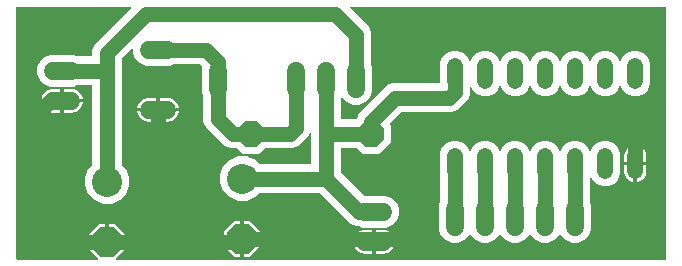
<source format=gbr>
G04 EAGLE Gerber RS-274X export*
G75*
%MOMM*%
%FSLAX34Y34*%
%LPD*%
%INBottom Copper*%
%IPPOS*%
%AMOC8*
5,1,8,0,0,1.08239X$1,22.5*%
G01*
%ADD10C,2.540000*%
%ADD11P,2.749271X8X292.500000*%
%ADD12C,1.524000*%
%ADD13C,1.320800*%
%ADD14C,1.508000*%
%ADD15P,2.364373X8X22.500000*%
%ADD16C,1.270000*%

G36*
X151969Y10173D02*
X151969Y10173D01*
X152043Y10175D01*
X152089Y10192D01*
X152138Y10200D01*
X152202Y10235D01*
X152271Y10261D01*
X152309Y10292D01*
X152353Y10315D01*
X152403Y10369D01*
X152460Y10416D01*
X152486Y10457D01*
X152520Y10493D01*
X152550Y10560D01*
X152589Y10623D01*
X152600Y10671D01*
X152620Y10716D01*
X152628Y10789D01*
X152644Y10860D01*
X152640Y10909D01*
X152644Y10959D01*
X152628Y11030D01*
X152621Y11103D01*
X152600Y11148D01*
X152589Y11196D01*
X152550Y11259D01*
X152520Y11326D01*
X152474Y11382D01*
X152461Y11404D01*
X152448Y11414D01*
X152427Y11440D01*
X144779Y19087D01*
X144779Y23901D01*
X159270Y23901D01*
X159294Y23905D01*
X159318Y23902D01*
X159414Y23925D01*
X159511Y23940D01*
X159532Y23952D01*
X159556Y23958D01*
X159639Y24009D01*
X159726Y24055D01*
X159743Y24073D01*
X159763Y24086D01*
X159826Y24162D01*
X159893Y24234D01*
X159903Y24256D01*
X159918Y24275D01*
X159953Y24366D01*
X159993Y24456D01*
X159996Y24480D01*
X160005Y24503D01*
X160019Y24650D01*
X160019Y25401D01*
X160021Y25401D01*
X160021Y24650D01*
X160025Y24626D01*
X160022Y24601D01*
X160045Y24506D01*
X160061Y24409D01*
X160072Y24388D01*
X160078Y24364D01*
X160129Y24280D01*
X160176Y24194D01*
X160193Y24177D01*
X160206Y24156D01*
X160282Y24094D01*
X160354Y24027D01*
X160376Y24017D01*
X160395Y24002D01*
X160487Y23967D01*
X160576Y23926D01*
X160600Y23924D01*
X160623Y23915D01*
X160770Y23901D01*
X175261Y23901D01*
X175261Y19087D01*
X167613Y11440D01*
X167571Y11380D01*
X167520Y11326D01*
X167500Y11282D01*
X167471Y11241D01*
X167450Y11171D01*
X167420Y11104D01*
X167415Y11055D01*
X167400Y11008D01*
X167403Y10935D01*
X167396Y10861D01*
X167407Y10813D01*
X167408Y10764D01*
X167434Y10695D01*
X167451Y10624D01*
X167477Y10582D01*
X167494Y10536D01*
X167541Y10479D01*
X167579Y10416D01*
X167618Y10385D01*
X167649Y10347D01*
X167711Y10308D01*
X167768Y10261D01*
X167814Y10244D01*
X167856Y10218D01*
X167928Y10201D01*
X167996Y10175D01*
X168069Y10168D01*
X168094Y10162D01*
X168110Y10164D01*
X168143Y10161D01*
X632460Y10161D01*
X632484Y10165D01*
X632509Y10162D01*
X632604Y10184D01*
X632701Y10200D01*
X632722Y10212D01*
X632746Y10218D01*
X632830Y10269D01*
X632916Y10315D01*
X632933Y10333D01*
X632954Y10346D01*
X633016Y10422D01*
X633083Y10493D01*
X633093Y10516D01*
X633109Y10535D01*
X633143Y10626D01*
X633184Y10716D01*
X633186Y10740D01*
X633195Y10763D01*
X633209Y10910D01*
X633209Y223520D01*
X633205Y223544D01*
X633208Y223569D01*
X633186Y223664D01*
X633170Y223761D01*
X633158Y223782D01*
X633152Y223806D01*
X633101Y223890D01*
X633055Y223976D01*
X633037Y223993D01*
X633024Y224014D01*
X632948Y224076D01*
X632877Y224143D01*
X632854Y224153D01*
X632835Y224169D01*
X632744Y224203D01*
X632654Y224244D01*
X632630Y224246D01*
X632607Y224255D01*
X632460Y224269D01*
X366642Y224269D01*
X366569Y224257D01*
X366496Y224255D01*
X366450Y224238D01*
X366401Y224230D01*
X366336Y224195D01*
X366268Y224169D01*
X366229Y224138D01*
X366186Y224115D01*
X366136Y224061D01*
X366079Y224014D01*
X366053Y223972D01*
X366019Y223937D01*
X365989Y223870D01*
X365950Y223807D01*
X365939Y223759D01*
X365918Y223714D01*
X365911Y223641D01*
X365894Y223570D01*
X365899Y223521D01*
X365894Y223471D01*
X365911Y223400D01*
X365918Y223327D01*
X365938Y223282D01*
X365949Y223234D01*
X365988Y223171D01*
X366018Y223104D01*
X366065Y223048D01*
X366078Y223026D01*
X366091Y223016D01*
X366112Y222990D01*
X381392Y207710D01*
X383287Y203136D01*
X383287Y176124D01*
X383299Y176051D01*
X383301Y175978D01*
X383322Y175907D01*
X383326Y175883D01*
X383334Y175868D01*
X383344Y175837D01*
X384557Y172908D01*
X384557Y152212D01*
X382469Y147170D01*
X378610Y143311D01*
X373568Y141223D01*
X368112Y141223D01*
X363070Y143311D01*
X359166Y147216D01*
X359106Y147259D01*
X359052Y147309D01*
X359008Y147329D01*
X358967Y147358D01*
X358897Y147379D01*
X358830Y147410D01*
X358781Y147415D01*
X358734Y147429D01*
X358661Y147426D01*
X358587Y147434D01*
X358539Y147423D01*
X358490Y147421D01*
X358421Y147395D01*
X358350Y147378D01*
X358308Y147352D01*
X358262Y147335D01*
X358205Y147289D01*
X358142Y147250D01*
X358111Y147212D01*
X358073Y147180D01*
X358034Y147118D01*
X357987Y147061D01*
X357970Y147015D01*
X357944Y146973D01*
X357927Y146902D01*
X357901Y146833D01*
X357894Y146760D01*
X357888Y146736D01*
X357890Y146719D01*
X357887Y146686D01*
X357887Y130036D01*
X357890Y130014D01*
X357888Y129992D01*
X357889Y129991D01*
X357888Y129987D01*
X357910Y129892D01*
X357926Y129795D01*
X357938Y129774D01*
X357944Y129750D01*
X357995Y129666D01*
X358041Y129580D01*
X358059Y129563D01*
X358072Y129542D01*
X358148Y129480D01*
X358219Y129413D01*
X358242Y129403D01*
X358261Y129387D01*
X358352Y129353D01*
X358442Y129312D01*
X358466Y129310D01*
X358489Y129301D01*
X358636Y129287D01*
X370514Y129287D01*
X370652Y129309D01*
X370755Y129326D01*
X370869Y129387D01*
X370970Y129441D01*
X371043Y129519D01*
X371137Y129619D01*
X371137Y129620D01*
X371207Y129749D01*
X372988Y134050D01*
X396810Y157872D01*
X401384Y159767D01*
X441210Y159767D01*
X441234Y159771D01*
X441259Y159768D01*
X441354Y159790D01*
X441451Y159806D01*
X441472Y159818D01*
X441496Y159824D01*
X441580Y159875D01*
X441666Y159921D01*
X441683Y159939D01*
X441704Y159952D01*
X441766Y160028D01*
X441833Y160099D01*
X441843Y160122D01*
X441859Y160141D01*
X441893Y160232D01*
X441934Y160322D01*
X441936Y160346D01*
X441945Y160369D01*
X441959Y160516D01*
X441959Y176770D01*
X443893Y181438D01*
X447466Y185011D01*
X452134Y186945D01*
X457186Y186945D01*
X461854Y185011D01*
X465427Y181438D01*
X466668Y178443D01*
X466707Y178381D01*
X466737Y178314D01*
X466771Y178278D01*
X466797Y178236D01*
X466853Y178189D01*
X466904Y178136D01*
X466947Y178113D01*
X466985Y178081D01*
X467054Y178055D01*
X467119Y178021D01*
X467167Y178013D01*
X467214Y177995D01*
X467287Y177993D01*
X467359Y177981D01*
X467408Y177989D01*
X467457Y177987D01*
X467528Y178008D01*
X467600Y178020D01*
X467644Y178044D01*
X467691Y178058D01*
X467751Y178101D01*
X467816Y178135D01*
X467849Y178171D01*
X467889Y178200D01*
X467932Y178259D01*
X467983Y178313D01*
X468017Y178378D01*
X468032Y178398D01*
X468037Y178414D01*
X468052Y178443D01*
X469293Y181438D01*
X472866Y185011D01*
X477534Y186945D01*
X482586Y186945D01*
X487254Y185011D01*
X490827Y181438D01*
X492068Y178443D01*
X492107Y178381D01*
X492137Y178314D01*
X492171Y178278D01*
X492197Y178236D01*
X492253Y178189D01*
X492304Y178136D01*
X492347Y178113D01*
X492385Y178081D01*
X492454Y178055D01*
X492519Y178021D01*
X492567Y178013D01*
X492614Y177995D01*
X492687Y177993D01*
X492759Y177981D01*
X492808Y177989D01*
X492857Y177987D01*
X492928Y178008D01*
X493000Y178020D01*
X493044Y178044D01*
X493091Y178058D01*
X493151Y178101D01*
X493216Y178135D01*
X493249Y178171D01*
X493289Y178200D01*
X493332Y178259D01*
X493383Y178313D01*
X493417Y178378D01*
X493432Y178398D01*
X493437Y178414D01*
X493452Y178443D01*
X494693Y181438D01*
X498266Y185011D01*
X502934Y186945D01*
X507986Y186945D01*
X512654Y185011D01*
X516227Y181438D01*
X517468Y178443D01*
X517507Y178381D01*
X517537Y178314D01*
X517571Y178278D01*
X517597Y178236D01*
X517653Y178189D01*
X517704Y178136D01*
X517747Y178113D01*
X517785Y178081D01*
X517854Y178055D01*
X517919Y178021D01*
X517967Y178013D01*
X518014Y177995D01*
X518087Y177993D01*
X518159Y177981D01*
X518208Y177989D01*
X518257Y177987D01*
X518328Y178008D01*
X518400Y178020D01*
X518444Y178044D01*
X518491Y178058D01*
X518551Y178101D01*
X518616Y178135D01*
X518649Y178171D01*
X518689Y178200D01*
X518732Y178259D01*
X518783Y178313D01*
X518817Y178378D01*
X518832Y178398D01*
X518837Y178414D01*
X518852Y178443D01*
X520093Y181438D01*
X523666Y185011D01*
X528334Y186945D01*
X533386Y186945D01*
X538054Y185011D01*
X541627Y181438D01*
X542868Y178443D01*
X542907Y178381D01*
X542937Y178314D01*
X542971Y178278D01*
X542997Y178236D01*
X543053Y178189D01*
X543104Y178136D01*
X543147Y178113D01*
X543185Y178081D01*
X543254Y178055D01*
X543319Y178021D01*
X543367Y178013D01*
X543414Y177995D01*
X543487Y177993D01*
X543559Y177981D01*
X543608Y177989D01*
X543657Y177987D01*
X543728Y178008D01*
X543800Y178020D01*
X543844Y178044D01*
X543891Y178058D01*
X543951Y178101D01*
X544016Y178135D01*
X544049Y178171D01*
X544089Y178200D01*
X544132Y178259D01*
X544183Y178313D01*
X544217Y178378D01*
X544232Y178398D01*
X544237Y178414D01*
X544252Y178443D01*
X545493Y181438D01*
X549066Y185011D01*
X553734Y186945D01*
X558786Y186945D01*
X563454Y185011D01*
X567027Y181438D01*
X568268Y178443D01*
X568307Y178381D01*
X568337Y178314D01*
X568371Y178278D01*
X568397Y178236D01*
X568453Y178189D01*
X568504Y178136D01*
X568547Y178113D01*
X568585Y178081D01*
X568654Y178055D01*
X568719Y178021D01*
X568767Y178013D01*
X568814Y177995D01*
X568887Y177993D01*
X568959Y177981D01*
X569008Y177989D01*
X569057Y177987D01*
X569128Y178008D01*
X569200Y178020D01*
X569244Y178044D01*
X569291Y178058D01*
X569351Y178101D01*
X569416Y178135D01*
X569449Y178171D01*
X569489Y178200D01*
X569532Y178259D01*
X569583Y178313D01*
X569617Y178378D01*
X569632Y178398D01*
X569637Y178414D01*
X569652Y178443D01*
X570893Y181438D01*
X574466Y185011D01*
X579134Y186945D01*
X584186Y186945D01*
X588854Y185011D01*
X592427Y181438D01*
X593668Y178443D01*
X593707Y178381D01*
X593737Y178314D01*
X593771Y178278D01*
X593797Y178236D01*
X593853Y178189D01*
X593904Y178136D01*
X593947Y178113D01*
X593985Y178081D01*
X594054Y178055D01*
X594119Y178021D01*
X594167Y178013D01*
X594214Y177995D01*
X594287Y177993D01*
X594359Y177981D01*
X594408Y177989D01*
X594457Y177987D01*
X594528Y178008D01*
X594600Y178020D01*
X594644Y178044D01*
X594691Y178058D01*
X594751Y178101D01*
X594816Y178135D01*
X594849Y178171D01*
X594889Y178200D01*
X594932Y178259D01*
X594983Y178313D01*
X595017Y178378D01*
X595032Y178398D01*
X595037Y178414D01*
X595052Y178443D01*
X596293Y181438D01*
X599866Y185011D01*
X604534Y186945D01*
X609586Y186945D01*
X614254Y185011D01*
X617827Y181438D01*
X619761Y176770D01*
X619761Y158510D01*
X617827Y153842D01*
X614254Y150269D01*
X609586Y148335D01*
X604534Y148335D01*
X599866Y150269D01*
X596293Y153842D01*
X595052Y156837D01*
X595013Y156899D01*
X594983Y156966D01*
X594949Y157002D01*
X594923Y157044D01*
X594867Y157091D01*
X594816Y157144D01*
X594773Y157167D01*
X594735Y157199D01*
X594666Y157225D01*
X594601Y157259D01*
X594553Y157267D01*
X594506Y157285D01*
X594433Y157287D01*
X594361Y157299D01*
X594312Y157291D01*
X594263Y157293D01*
X594192Y157272D01*
X594120Y157260D01*
X594076Y157237D01*
X594029Y157222D01*
X593969Y157179D01*
X593904Y157145D01*
X593871Y157109D01*
X593831Y157080D01*
X593788Y157021D01*
X593737Y156967D01*
X593703Y156902D01*
X593688Y156882D01*
X593683Y156866D01*
X593668Y156837D01*
X592427Y153842D01*
X588854Y150269D01*
X584186Y148335D01*
X579134Y148335D01*
X574466Y150269D01*
X570893Y153842D01*
X569652Y156837D01*
X569613Y156899D01*
X569583Y156966D01*
X569549Y157002D01*
X569523Y157044D01*
X569467Y157091D01*
X569416Y157144D01*
X569373Y157167D01*
X569335Y157199D01*
X569266Y157225D01*
X569201Y157259D01*
X569153Y157267D01*
X569106Y157285D01*
X569033Y157287D01*
X568961Y157299D01*
X568912Y157291D01*
X568863Y157293D01*
X568792Y157272D01*
X568720Y157260D01*
X568676Y157237D01*
X568629Y157222D01*
X568569Y157179D01*
X568504Y157145D01*
X568471Y157109D01*
X568431Y157080D01*
X568388Y157021D01*
X568337Y156967D01*
X568303Y156902D01*
X568288Y156882D01*
X568283Y156866D01*
X568268Y156837D01*
X567027Y153842D01*
X563454Y150269D01*
X558786Y148335D01*
X553734Y148335D01*
X549066Y150269D01*
X545493Y153842D01*
X544252Y156837D01*
X544213Y156899D01*
X544183Y156966D01*
X544149Y157002D01*
X544123Y157044D01*
X544067Y157091D01*
X544016Y157144D01*
X543973Y157167D01*
X543935Y157199D01*
X543866Y157225D01*
X543801Y157259D01*
X543753Y157267D01*
X543706Y157285D01*
X543633Y157287D01*
X543561Y157299D01*
X543512Y157291D01*
X543463Y157293D01*
X543392Y157272D01*
X543320Y157260D01*
X543276Y157237D01*
X543229Y157222D01*
X543169Y157179D01*
X543104Y157145D01*
X543071Y157109D01*
X543031Y157080D01*
X542988Y157021D01*
X542937Y156967D01*
X542903Y156902D01*
X542888Y156882D01*
X542883Y156866D01*
X542868Y156837D01*
X541627Y153842D01*
X538054Y150269D01*
X533386Y148335D01*
X528334Y148335D01*
X523666Y150269D01*
X520093Y153842D01*
X518852Y156837D01*
X518813Y156899D01*
X518783Y156966D01*
X518749Y157002D01*
X518723Y157044D01*
X518667Y157091D01*
X518616Y157144D01*
X518573Y157167D01*
X518535Y157199D01*
X518466Y157225D01*
X518401Y157259D01*
X518353Y157267D01*
X518306Y157285D01*
X518233Y157287D01*
X518161Y157299D01*
X518112Y157291D01*
X518063Y157293D01*
X517992Y157272D01*
X517920Y157260D01*
X517876Y157237D01*
X517829Y157222D01*
X517769Y157179D01*
X517704Y157145D01*
X517671Y157109D01*
X517631Y157080D01*
X517588Y157021D01*
X517537Y156967D01*
X517503Y156902D01*
X517488Y156882D01*
X517483Y156866D01*
X517468Y156837D01*
X516227Y153842D01*
X512654Y150269D01*
X507986Y148335D01*
X502934Y148335D01*
X498266Y150269D01*
X494693Y153842D01*
X493452Y156837D01*
X493413Y156899D01*
X493383Y156966D01*
X493349Y157002D01*
X493323Y157044D01*
X493267Y157091D01*
X493216Y157144D01*
X493173Y157167D01*
X493135Y157199D01*
X493066Y157225D01*
X493001Y157259D01*
X492953Y157267D01*
X492906Y157285D01*
X492833Y157287D01*
X492761Y157299D01*
X492712Y157291D01*
X492663Y157293D01*
X492592Y157272D01*
X492520Y157260D01*
X492476Y157237D01*
X492429Y157222D01*
X492369Y157179D01*
X492304Y157145D01*
X492271Y157109D01*
X492231Y157080D01*
X492188Y157021D01*
X492137Y156967D01*
X492103Y156902D01*
X492088Y156882D01*
X492083Y156866D01*
X492068Y156837D01*
X490827Y153842D01*
X487254Y150269D01*
X482586Y148335D01*
X477534Y148335D01*
X472866Y150269D01*
X469293Y153842D01*
X468548Y155639D01*
X468497Y155722D01*
X468451Y155809D01*
X468432Y155826D01*
X468419Y155847D01*
X468344Y155909D01*
X468272Y155975D01*
X468250Y155986D01*
X468231Y156001D01*
X468139Y156036D01*
X468050Y156076D01*
X468026Y156079D01*
X468002Y156087D01*
X467905Y156091D01*
X467807Y156100D01*
X467783Y156095D01*
X467759Y156095D01*
X467665Y156067D01*
X467570Y156045D01*
X467549Y156032D01*
X467525Y156025D01*
X467446Y155968D01*
X467362Y155916D01*
X467347Y155897D01*
X467327Y155883D01*
X467270Y155803D01*
X467207Y155728D01*
X467199Y155705D01*
X467184Y155685D01*
X467156Y155591D01*
X467121Y155500D01*
X467118Y155467D01*
X467113Y155451D01*
X467114Y155426D01*
X467107Y155353D01*
X467107Y149924D01*
X465212Y145350D01*
X456630Y136768D01*
X452056Y134873D01*
X409326Y134873D01*
X409230Y134857D01*
X409133Y134848D01*
X409110Y134838D01*
X409085Y134834D01*
X408999Y134788D01*
X408910Y134747D01*
X408885Y134726D01*
X408870Y134719D01*
X408853Y134700D01*
X408796Y134654D01*
X399825Y125683D01*
X399811Y125663D01*
X399792Y125647D01*
X399740Y125564D01*
X399683Y125484D01*
X399676Y125461D01*
X399663Y125440D01*
X399640Y125345D01*
X399612Y125251D01*
X399613Y125226D01*
X399607Y125203D01*
X399617Y125105D01*
X399620Y125007D01*
X399629Y124984D01*
X399631Y124960D01*
X399671Y124870D01*
X399706Y124779D01*
X399721Y124760D01*
X399731Y124737D01*
X399825Y124623D01*
X400559Y123889D01*
X400559Y109791D01*
X390589Y99821D01*
X376491Y99821D01*
X372138Y104174D01*
X372059Y104231D01*
X371984Y104293D01*
X371960Y104301D01*
X371940Y104316D01*
X371846Y104344D01*
X371755Y104379D01*
X371722Y104382D01*
X371706Y104387D01*
X371681Y104386D01*
X371608Y104393D01*
X358636Y104393D01*
X358612Y104389D01*
X358587Y104392D01*
X358492Y104370D01*
X358395Y104354D01*
X358374Y104342D01*
X358350Y104336D01*
X358266Y104285D01*
X358180Y104239D01*
X358163Y104221D01*
X358142Y104208D01*
X358080Y104132D01*
X358013Y104061D01*
X358003Y104038D01*
X357987Y104019D01*
X357953Y103928D01*
X357912Y103838D01*
X357910Y103814D01*
X357901Y103791D01*
X357887Y103644D01*
X357887Y84206D01*
X357903Y84110D01*
X357912Y84013D01*
X357922Y83990D01*
X357926Y83965D01*
X357972Y83879D01*
X358013Y83790D01*
X358034Y83765D01*
X358041Y83750D01*
X358060Y83733D01*
X358106Y83676D01*
X377126Y64656D01*
X377206Y64599D01*
X377281Y64537D01*
X377304Y64529D01*
X377324Y64514D01*
X377418Y64486D01*
X377509Y64451D01*
X377542Y64448D01*
X377558Y64443D01*
X377583Y64444D01*
X377656Y64437D01*
X396333Y64437D01*
X401345Y62361D01*
X405181Y58525D01*
X407257Y53513D01*
X407257Y48087D01*
X405181Y43075D01*
X401345Y39239D01*
X396333Y37163D01*
X375827Y37163D01*
X373092Y38296D01*
X373021Y38313D01*
X372952Y38339D01*
X372879Y38346D01*
X372855Y38352D01*
X372838Y38350D01*
X372806Y38353D01*
X370904Y38353D01*
X366330Y40248D01*
X340504Y66074D01*
X340424Y66131D01*
X340349Y66193D01*
X340326Y66201D01*
X340306Y66216D01*
X340212Y66244D01*
X340121Y66279D01*
X340088Y66282D01*
X340072Y66287D01*
X340047Y66286D01*
X339974Y66293D01*
X288766Y66293D01*
X288670Y66277D01*
X288573Y66268D01*
X288550Y66258D01*
X288525Y66254D01*
X288439Y66208D01*
X288351Y66167D01*
X288325Y66146D01*
X288310Y66139D01*
X288293Y66120D01*
X288236Y66074D01*
X284967Y62805D01*
X278059Y59943D01*
X270581Y59943D01*
X263673Y62805D01*
X258385Y68093D01*
X255523Y75001D01*
X255523Y82479D01*
X258385Y89387D01*
X263673Y94675D01*
X270581Y97537D01*
X278059Y97537D01*
X280987Y96324D01*
X281059Y96307D01*
X281127Y96281D01*
X281201Y96274D01*
X281225Y96268D01*
X281241Y96270D01*
X281274Y96267D01*
X281876Y96267D01*
X286450Y94372D01*
X289416Y91406D01*
X289496Y91349D01*
X289571Y91287D01*
X289594Y91279D01*
X289614Y91264D01*
X289708Y91236D01*
X289799Y91201D01*
X289832Y91198D01*
X289848Y91193D01*
X289873Y91194D01*
X289946Y91187D01*
X332244Y91187D01*
X332268Y91191D01*
X332293Y91188D01*
X332388Y91210D01*
X332485Y91226D01*
X332506Y91238D01*
X332530Y91244D01*
X332614Y91295D01*
X332700Y91341D01*
X332717Y91359D01*
X332738Y91372D01*
X332800Y91448D01*
X332867Y91519D01*
X332877Y91542D01*
X332893Y91561D01*
X332927Y91652D01*
X332968Y91742D01*
X332970Y91766D01*
X332979Y91789D01*
X332993Y91936D01*
X332993Y116900D01*
X332977Y116997D01*
X332968Y117094D01*
X332958Y117117D01*
X332954Y117141D01*
X332907Y117227D01*
X332867Y117316D01*
X332850Y117334D01*
X332839Y117356D01*
X332767Y117423D01*
X332700Y117495D01*
X332679Y117506D01*
X332661Y117523D01*
X332572Y117564D01*
X332485Y117610D01*
X332461Y117614D01*
X332438Y117624D01*
X332341Y117634D01*
X332245Y117650D01*
X332220Y117646D01*
X332195Y117648D01*
X332100Y117626D01*
X332004Y117610D01*
X331982Y117598D01*
X331958Y117593D01*
X331875Y117541D01*
X331788Y117495D01*
X331772Y117477D01*
X331750Y117464D01*
X331688Y117389D01*
X331621Y117317D01*
X331606Y117288D01*
X331596Y117276D01*
X331587Y117252D01*
X331552Y117187D01*
X330592Y114870D01*
X326985Y111263D01*
X322010Y106288D01*
X317436Y104393D01*
X293872Y104393D01*
X293775Y104377D01*
X293679Y104368D01*
X293656Y104358D01*
X293631Y104354D01*
X293545Y104308D01*
X293456Y104267D01*
X293431Y104246D01*
X293416Y104239D01*
X293399Y104220D01*
X293342Y104174D01*
X288989Y99821D01*
X274891Y99821D01*
X270538Y104174D01*
X270459Y104231D01*
X270384Y104293D01*
X270360Y104301D01*
X270340Y104316D01*
X270246Y104344D01*
X270155Y104379D01*
X270122Y104382D01*
X270106Y104387D01*
X270081Y104386D01*
X270008Y104393D01*
X264224Y104393D01*
X259650Y106288D01*
X243448Y122490D01*
X241553Y127064D01*
X241553Y148996D01*
X241541Y149069D01*
X241539Y149142D01*
X241518Y149213D01*
X241514Y149237D01*
X241506Y149252D01*
X241496Y149283D01*
X240283Y152212D01*
X240283Y172908D01*
X240386Y173157D01*
X240409Y173253D01*
X240442Y173394D01*
X240442Y173395D01*
X240430Y173513D01*
X240418Y173637D01*
X240418Y173638D01*
X240368Y173749D01*
X240318Y173860D01*
X240317Y173860D01*
X240224Y173974D01*
X238904Y175294D01*
X238825Y175351D01*
X238749Y175413D01*
X238726Y175421D01*
X238706Y175436D01*
X238612Y175464D01*
X238521Y175499D01*
X238488Y175502D01*
X238472Y175507D01*
X238447Y175506D01*
X238374Y175513D01*
X216764Y175513D01*
X216691Y175501D01*
X216618Y175499D01*
X216547Y175478D01*
X216523Y175474D01*
X216508Y175466D01*
X216477Y175456D01*
X213548Y174243D01*
X192852Y174243D01*
X187810Y176331D01*
X183951Y180190D01*
X181863Y185232D01*
X181863Y187852D01*
X181851Y187925D01*
X181849Y187998D01*
X181832Y188044D01*
X181824Y188093D01*
X181789Y188158D01*
X181763Y188226D01*
X181732Y188265D01*
X181709Y188308D01*
X181655Y188358D01*
X181608Y188415D01*
X181567Y188441D01*
X181531Y188475D01*
X181464Y188505D01*
X181401Y188544D01*
X181353Y188555D01*
X181308Y188576D01*
X181235Y188583D01*
X181164Y188600D01*
X181115Y188595D01*
X181065Y188600D01*
X180994Y188583D01*
X180921Y188576D01*
X180876Y188556D01*
X180828Y188545D01*
X180765Y188506D01*
X180698Y188476D01*
X180642Y188429D01*
X180620Y188416D01*
X180610Y188403D01*
X180584Y188382D01*
X172686Y180484D01*
X172629Y180404D01*
X172567Y180329D01*
X172559Y180306D01*
X172544Y180286D01*
X172516Y180192D01*
X172481Y180101D01*
X172478Y180068D01*
X172473Y180052D01*
X172474Y180027D01*
X172467Y179954D01*
X172467Y90646D01*
X172483Y90550D01*
X172492Y90453D01*
X172502Y90430D01*
X172506Y90405D01*
X172552Y90319D01*
X172593Y90231D01*
X172614Y90205D01*
X172621Y90190D01*
X172640Y90173D01*
X172686Y90116D01*
X175955Y86847D01*
X178817Y79939D01*
X178817Y72461D01*
X175955Y65553D01*
X170667Y60265D01*
X163759Y57403D01*
X156281Y57403D01*
X149373Y60265D01*
X144085Y65553D01*
X141223Y72461D01*
X141223Y79939D01*
X144085Y86847D01*
X147354Y90116D01*
X147411Y90196D01*
X147473Y90271D01*
X147481Y90294D01*
X147496Y90315D01*
X147524Y90408D01*
X147559Y90499D01*
X147562Y90532D01*
X147567Y90548D01*
X147566Y90573D01*
X147573Y90646D01*
X147573Y156984D01*
X147569Y157008D01*
X147572Y157033D01*
X147550Y157128D01*
X147534Y157225D01*
X147522Y157246D01*
X147516Y157270D01*
X147465Y157354D01*
X147419Y157440D01*
X147401Y157457D01*
X147388Y157478D01*
X147312Y157540D01*
X147241Y157607D01*
X147218Y157617D01*
X147199Y157633D01*
X147108Y157667D01*
X147018Y157708D01*
X146994Y157710D01*
X146971Y157719D01*
X146824Y157733D01*
X135194Y157733D01*
X135122Y157721D01*
X135049Y157719D01*
X134978Y157698D01*
X134954Y157694D01*
X134939Y157686D01*
X134908Y157676D01*
X132173Y156543D01*
X111667Y156543D01*
X106655Y158619D01*
X102819Y162455D01*
X100743Y167467D01*
X100743Y172893D01*
X102819Y177905D01*
X106655Y181741D01*
X111667Y183817D01*
X132173Y183817D01*
X134908Y182684D01*
X134979Y182667D01*
X135047Y182641D01*
X135121Y182634D01*
X135145Y182628D01*
X135162Y182630D01*
X135194Y182627D01*
X146824Y182627D01*
X146848Y182631D01*
X146873Y182628D01*
X146968Y182650D01*
X147065Y182666D01*
X147086Y182678D01*
X147110Y182684D01*
X147194Y182735D01*
X147280Y182781D01*
X147297Y182799D01*
X147318Y182812D01*
X147380Y182888D01*
X147447Y182959D01*
X147457Y182982D01*
X147473Y183001D01*
X147507Y183092D01*
X147548Y183182D01*
X147550Y183206D01*
X147559Y183229D01*
X147573Y183376D01*
X147573Y187896D01*
X149468Y192470D01*
X179988Y222990D01*
X180031Y223050D01*
X180081Y223104D01*
X180101Y223148D01*
X180130Y223189D01*
X180151Y223259D01*
X180182Y223326D01*
X180187Y223375D01*
X180201Y223422D01*
X180199Y223495D01*
X180206Y223569D01*
X180195Y223617D01*
X180193Y223666D01*
X180167Y223735D01*
X180151Y223806D01*
X180124Y223848D01*
X180107Y223894D01*
X180061Y223951D01*
X180022Y224014D01*
X179984Y224045D01*
X179952Y224083D01*
X179890Y224122D01*
X179833Y224169D01*
X179787Y224186D01*
X179745Y224212D01*
X179674Y224229D01*
X179605Y224255D01*
X179532Y224262D01*
X179508Y224268D01*
X179491Y224266D01*
X179458Y224269D01*
X83820Y224269D01*
X83796Y224265D01*
X83771Y224268D01*
X83676Y224246D01*
X83579Y224230D01*
X83558Y224218D01*
X83534Y224212D01*
X83450Y224161D01*
X83364Y224115D01*
X83347Y224097D01*
X83326Y224084D01*
X83264Y224008D01*
X83197Y223937D01*
X83187Y223914D01*
X83172Y223895D01*
X83137Y223804D01*
X83096Y223714D01*
X83094Y223690D01*
X83085Y223667D01*
X83071Y223520D01*
X83071Y10910D01*
X83075Y10886D01*
X83072Y10861D01*
X83095Y10766D01*
X83110Y10669D01*
X83122Y10648D01*
X83128Y10624D01*
X83179Y10540D01*
X83225Y10454D01*
X83243Y10437D01*
X83256Y10416D01*
X83332Y10354D01*
X83404Y10287D01*
X83426Y10277D01*
X83445Y10261D01*
X83536Y10227D01*
X83626Y10186D01*
X83650Y10184D01*
X83673Y10175D01*
X83820Y10161D01*
X151897Y10161D01*
X151969Y10173D01*
G37*
%LPC*%
G36*
X451932Y24383D02*
X451932Y24383D01*
X446890Y26471D01*
X443031Y30330D01*
X440943Y35372D01*
X440943Y56068D01*
X442156Y58997D01*
X442173Y59068D01*
X442199Y59137D01*
X442206Y59210D01*
X442212Y59234D01*
X442210Y59251D01*
X442213Y59284D01*
X442213Y81547D01*
X442201Y81620D01*
X442199Y81693D01*
X442178Y81764D01*
X442174Y81788D01*
X442166Y81803D01*
X442156Y81834D01*
X441959Y82310D01*
X441959Y100570D01*
X443893Y105238D01*
X447466Y108811D01*
X452134Y110745D01*
X457186Y110745D01*
X461854Y108811D01*
X465427Y105238D01*
X466668Y102243D01*
X466707Y102181D01*
X466737Y102114D01*
X466771Y102078D01*
X466797Y102036D01*
X466853Y101989D01*
X466904Y101936D01*
X466947Y101913D01*
X466985Y101881D01*
X467054Y101855D01*
X467119Y101821D01*
X467167Y101813D01*
X467214Y101795D01*
X467287Y101793D01*
X467359Y101781D01*
X467408Y101789D01*
X467457Y101787D01*
X467528Y101808D01*
X467600Y101820D01*
X467644Y101843D01*
X467691Y101858D01*
X467751Y101901D01*
X467816Y101935D01*
X467849Y101971D01*
X467889Y102000D01*
X467932Y102059D01*
X467983Y102113D01*
X468017Y102178D01*
X468032Y102198D01*
X468037Y102214D01*
X468052Y102243D01*
X469293Y105238D01*
X472866Y108811D01*
X477534Y110745D01*
X482586Y110745D01*
X487254Y108811D01*
X490827Y105238D01*
X492068Y102243D01*
X492107Y102181D01*
X492137Y102114D01*
X492171Y102078D01*
X492197Y102036D01*
X492253Y101989D01*
X492304Y101936D01*
X492347Y101913D01*
X492385Y101881D01*
X492454Y101855D01*
X492519Y101821D01*
X492567Y101813D01*
X492614Y101795D01*
X492687Y101793D01*
X492759Y101781D01*
X492808Y101789D01*
X492857Y101787D01*
X492928Y101808D01*
X493000Y101820D01*
X493044Y101843D01*
X493091Y101858D01*
X493151Y101901D01*
X493216Y101935D01*
X493249Y101971D01*
X493289Y102000D01*
X493332Y102059D01*
X493383Y102113D01*
X493417Y102178D01*
X493432Y102198D01*
X493437Y102214D01*
X493452Y102243D01*
X494693Y105238D01*
X498266Y108811D01*
X502934Y110745D01*
X507986Y110745D01*
X512654Y108811D01*
X516227Y105238D01*
X517468Y102243D01*
X517507Y102181D01*
X517537Y102114D01*
X517571Y102078D01*
X517597Y102036D01*
X517653Y101989D01*
X517704Y101936D01*
X517747Y101913D01*
X517785Y101881D01*
X517854Y101855D01*
X517919Y101821D01*
X517967Y101813D01*
X518014Y101795D01*
X518087Y101793D01*
X518159Y101781D01*
X518208Y101789D01*
X518257Y101787D01*
X518328Y101808D01*
X518400Y101820D01*
X518444Y101843D01*
X518491Y101858D01*
X518551Y101901D01*
X518616Y101935D01*
X518649Y101971D01*
X518689Y102000D01*
X518732Y102059D01*
X518783Y102113D01*
X518817Y102178D01*
X518832Y102198D01*
X518837Y102214D01*
X518852Y102243D01*
X520093Y105238D01*
X523666Y108811D01*
X528334Y110745D01*
X533386Y110745D01*
X538054Y108811D01*
X541627Y105238D01*
X542868Y102243D01*
X542907Y102181D01*
X542937Y102114D01*
X542971Y102078D01*
X542997Y102036D01*
X543053Y101989D01*
X543104Y101936D01*
X543147Y101913D01*
X543185Y101881D01*
X543254Y101855D01*
X543319Y101821D01*
X543367Y101813D01*
X543414Y101795D01*
X543487Y101793D01*
X543559Y101781D01*
X543608Y101789D01*
X543657Y101787D01*
X543728Y101808D01*
X543800Y101820D01*
X543844Y101843D01*
X543891Y101858D01*
X543951Y101901D01*
X544016Y101935D01*
X544049Y101971D01*
X544089Y102000D01*
X544132Y102059D01*
X544183Y102113D01*
X544217Y102178D01*
X544232Y102198D01*
X544237Y102214D01*
X544252Y102243D01*
X545493Y105238D01*
X549066Y108811D01*
X553734Y110745D01*
X558786Y110745D01*
X563454Y108811D01*
X567027Y105238D01*
X568268Y102243D01*
X568307Y102181D01*
X568337Y102114D01*
X568371Y102078D01*
X568397Y102036D01*
X568453Y101989D01*
X568504Y101936D01*
X568547Y101913D01*
X568585Y101881D01*
X568654Y101855D01*
X568719Y101821D01*
X568767Y101813D01*
X568814Y101795D01*
X568887Y101793D01*
X568959Y101781D01*
X569008Y101789D01*
X569057Y101787D01*
X569128Y101808D01*
X569200Y101820D01*
X569244Y101844D01*
X569291Y101858D01*
X569351Y101901D01*
X569416Y101935D01*
X569449Y101971D01*
X569489Y102000D01*
X569532Y102059D01*
X569583Y102113D01*
X569617Y102178D01*
X569632Y102198D01*
X569637Y102214D01*
X569652Y102243D01*
X570893Y105238D01*
X574466Y108811D01*
X579134Y110745D01*
X584186Y110745D01*
X588854Y108811D01*
X592427Y105238D01*
X594361Y100570D01*
X594361Y82310D01*
X592427Y77642D01*
X588854Y74069D01*
X584186Y72135D01*
X579134Y72135D01*
X574466Y74069D01*
X570893Y77642D01*
X570148Y79439D01*
X570097Y79522D01*
X570051Y79609D01*
X570032Y79626D01*
X570019Y79647D01*
X569944Y79709D01*
X569872Y79775D01*
X569850Y79786D01*
X569831Y79801D01*
X569739Y79836D01*
X569650Y79876D01*
X569626Y79879D01*
X569602Y79887D01*
X569505Y79891D01*
X569407Y79900D01*
X569383Y79895D01*
X569359Y79895D01*
X569265Y79867D01*
X569170Y79845D01*
X569149Y79832D01*
X569125Y79825D01*
X569046Y79768D01*
X568962Y79716D01*
X568947Y79697D01*
X568927Y79683D01*
X568870Y79603D01*
X568807Y79528D01*
X568799Y79505D01*
X568784Y79485D01*
X568756Y79391D01*
X568721Y79300D01*
X568718Y79267D01*
X568713Y79251D01*
X568714Y79226D01*
X568707Y79153D01*
X568707Y59284D01*
X568719Y59211D01*
X568721Y59138D01*
X568742Y59067D01*
X568746Y59043D01*
X568754Y59028D01*
X568764Y58997D01*
X569977Y56068D01*
X569977Y35372D01*
X567889Y30330D01*
X564030Y26471D01*
X558988Y24383D01*
X553532Y24383D01*
X548490Y26471D01*
X544632Y30330D01*
X544252Y31246D01*
X544213Y31308D01*
X544183Y31375D01*
X544150Y31411D01*
X544123Y31453D01*
X544067Y31500D01*
X544016Y31553D01*
X543973Y31577D01*
X543935Y31608D01*
X543866Y31634D01*
X543801Y31668D01*
X543753Y31677D01*
X543706Y31694D01*
X543633Y31696D01*
X543561Y31708D01*
X543512Y31700D01*
X543463Y31702D01*
X543392Y31681D01*
X543320Y31669D01*
X543276Y31646D01*
X543229Y31631D01*
X543169Y31589D01*
X543104Y31554D01*
X543071Y31518D01*
X543031Y31489D01*
X542988Y31430D01*
X542937Y31376D01*
X542903Y31311D01*
X542888Y31291D01*
X542883Y31275D01*
X542868Y31246D01*
X542489Y30330D01*
X538630Y26471D01*
X533588Y24383D01*
X528132Y24383D01*
X523090Y26471D01*
X519232Y30330D01*
X518852Y31246D01*
X518813Y31308D01*
X518783Y31375D01*
X518750Y31411D01*
X518723Y31453D01*
X518667Y31500D01*
X518616Y31553D01*
X518573Y31577D01*
X518535Y31608D01*
X518466Y31634D01*
X518401Y31668D01*
X518353Y31677D01*
X518306Y31694D01*
X518233Y31696D01*
X518161Y31708D01*
X518112Y31700D01*
X518063Y31702D01*
X517992Y31681D01*
X517920Y31669D01*
X517876Y31646D01*
X517829Y31631D01*
X517769Y31589D01*
X517704Y31554D01*
X517671Y31518D01*
X517631Y31489D01*
X517588Y31430D01*
X517537Y31376D01*
X517503Y31311D01*
X517488Y31291D01*
X517483Y31275D01*
X517468Y31246D01*
X517089Y30330D01*
X513230Y26471D01*
X508188Y24383D01*
X502732Y24383D01*
X497690Y26471D01*
X493832Y30330D01*
X493452Y31246D01*
X493413Y31308D01*
X493383Y31375D01*
X493350Y31411D01*
X493323Y31453D01*
X493267Y31500D01*
X493216Y31553D01*
X493173Y31577D01*
X493135Y31608D01*
X493066Y31634D01*
X493001Y31668D01*
X492953Y31677D01*
X492906Y31694D01*
X492833Y31696D01*
X492761Y31708D01*
X492712Y31700D01*
X492663Y31702D01*
X492592Y31681D01*
X492520Y31669D01*
X492476Y31646D01*
X492429Y31631D01*
X492369Y31589D01*
X492304Y31554D01*
X492271Y31518D01*
X492231Y31489D01*
X492188Y31430D01*
X492137Y31376D01*
X492103Y31311D01*
X492088Y31291D01*
X492083Y31275D01*
X492068Y31246D01*
X491689Y30330D01*
X487830Y26471D01*
X482788Y24383D01*
X477332Y24383D01*
X472290Y26471D01*
X468432Y30330D01*
X468052Y31246D01*
X468013Y31308D01*
X467983Y31375D01*
X467950Y31411D01*
X467923Y31453D01*
X467867Y31500D01*
X467816Y31553D01*
X467773Y31577D01*
X467735Y31608D01*
X467666Y31634D01*
X467601Y31668D01*
X467553Y31677D01*
X467506Y31694D01*
X467433Y31696D01*
X467361Y31708D01*
X467312Y31700D01*
X467263Y31702D01*
X467192Y31681D01*
X467120Y31669D01*
X467076Y31646D01*
X467029Y31631D01*
X466969Y31589D01*
X466904Y31554D01*
X466871Y31518D01*
X466831Y31489D01*
X466788Y31430D01*
X466737Y31376D01*
X466703Y31311D01*
X466688Y31291D01*
X466683Y31275D01*
X466668Y31246D01*
X466289Y30330D01*
X462430Y26471D01*
X457388Y24383D01*
X451932Y24383D01*
G37*
%LPD*%
%LPC*%
G36*
X275819Y29439D02*
X275819Y29439D01*
X275819Y43181D01*
X280633Y43181D01*
X289561Y34253D01*
X289561Y29439D01*
X275819Y29439D01*
G37*
%LPD*%
%LPC*%
G36*
X161519Y26899D02*
X161519Y26899D01*
X161519Y40641D01*
X166333Y40641D01*
X175261Y31713D01*
X175261Y26899D01*
X161519Y26899D01*
G37*
%LPD*%
%LPC*%
G36*
X259079Y29439D02*
X259079Y29439D01*
X259079Y34253D01*
X268007Y43181D01*
X272821Y43181D01*
X272821Y29439D01*
X259079Y29439D01*
G37*
%LPD*%
%LPC*%
G36*
X144779Y26899D02*
X144779Y26899D01*
X144779Y31713D01*
X153707Y40641D01*
X158521Y40641D01*
X158521Y26899D01*
X144779Y26899D01*
G37*
%LPD*%
%LPC*%
G36*
X275819Y12699D02*
X275819Y12699D01*
X275819Y26441D01*
X289561Y26441D01*
X289561Y21627D01*
X280633Y12699D01*
X275819Y12699D01*
G37*
%LPD*%
%LPC*%
G36*
X268007Y12699D02*
X268007Y12699D01*
X259079Y21627D01*
X259079Y26441D01*
X272821Y26441D01*
X272821Y12699D01*
X268007Y12699D01*
G37*
%LPD*%
%LPC*%
G36*
X204699Y138659D02*
X204699Y138659D01*
X204699Y147321D01*
X211620Y147321D01*
X213199Y147071D01*
X214720Y146576D01*
X216145Y145850D01*
X217439Y144910D01*
X218570Y143779D01*
X219510Y142485D01*
X220236Y141060D01*
X220731Y139539D01*
X220870Y138659D01*
X204699Y138659D01*
G37*
%LPD*%
%LPC*%
G36*
X185530Y138659D02*
X185530Y138659D01*
X185669Y139539D01*
X186164Y141060D01*
X186890Y142485D01*
X187830Y143779D01*
X188961Y144910D01*
X190255Y145850D01*
X191680Y146576D01*
X193201Y147071D01*
X194780Y147321D01*
X201701Y147321D01*
X201701Y138659D01*
X185530Y138659D01*
G37*
%LPD*%
%LPC*%
G36*
X204699Y126999D02*
X204699Y126999D01*
X204699Y135661D01*
X220870Y135661D01*
X220731Y134781D01*
X220236Y133260D01*
X219510Y131835D01*
X218570Y130541D01*
X217439Y129410D01*
X216145Y128470D01*
X214720Y127744D01*
X213199Y127249D01*
X211620Y126999D01*
X204699Y126999D01*
G37*
%LPD*%
%LPC*%
G36*
X194780Y126999D02*
X194780Y126999D01*
X193201Y127249D01*
X191680Y127744D01*
X190255Y128470D01*
X188961Y129410D01*
X187830Y130541D01*
X186890Y131835D01*
X186164Y133260D01*
X185669Y134781D01*
X185530Y135661D01*
X201701Y135661D01*
X201701Y126999D01*
X194780Y126999D01*
G37*
%LPD*%
%LPC*%
G36*
X123419Y146279D02*
X123419Y146279D01*
X123419Y154861D01*
X130253Y154861D01*
X131821Y154613D01*
X133330Y154122D01*
X134743Y153402D01*
X136027Y152469D01*
X137149Y151347D01*
X138082Y150063D01*
X138802Y148650D01*
X139293Y147141D01*
X139429Y146279D01*
X123419Y146279D01*
G37*
%LPD*%
%LPC*%
G36*
X387579Y26899D02*
X387579Y26899D01*
X387579Y35481D01*
X394413Y35481D01*
X395981Y35233D01*
X397490Y34742D01*
X398903Y34022D01*
X400187Y33089D01*
X401309Y31967D01*
X402242Y30683D01*
X402962Y29270D01*
X403453Y27761D01*
X403589Y26899D01*
X387579Y26899D01*
G37*
%LPD*%
%LPC*%
G36*
X104411Y146279D02*
X104411Y146279D01*
X104547Y147141D01*
X105038Y148650D01*
X105758Y150063D01*
X106691Y151347D01*
X107813Y152469D01*
X109097Y153402D01*
X110510Y154122D01*
X112019Y154613D01*
X113587Y154861D01*
X120421Y154861D01*
X120421Y146279D01*
X104411Y146279D01*
G37*
%LPD*%
%LPC*%
G36*
X368571Y26899D02*
X368571Y26899D01*
X368707Y27761D01*
X369198Y29270D01*
X369918Y30683D01*
X370851Y31967D01*
X371973Y33089D01*
X373257Y34022D01*
X374670Y34742D01*
X376179Y35233D01*
X377747Y35481D01*
X384581Y35481D01*
X384581Y26899D01*
X368571Y26899D01*
G37*
%LPD*%
%LPC*%
G36*
X123419Y134699D02*
X123419Y134699D01*
X123419Y143281D01*
X139429Y143281D01*
X139293Y142419D01*
X138802Y140910D01*
X138082Y139497D01*
X137149Y138213D01*
X136027Y137091D01*
X134743Y136158D01*
X133330Y135438D01*
X131821Y134947D01*
X130253Y134699D01*
X123419Y134699D01*
G37*
%LPD*%
%LPC*%
G36*
X387579Y15319D02*
X387579Y15319D01*
X387579Y23901D01*
X403589Y23901D01*
X403453Y23039D01*
X402962Y21530D01*
X402242Y20117D01*
X401309Y18833D01*
X400187Y17711D01*
X398903Y16778D01*
X397490Y16058D01*
X395981Y15567D01*
X394413Y15319D01*
X387579Y15319D01*
G37*
%LPD*%
%LPC*%
G36*
X113587Y134699D02*
X113587Y134699D01*
X112019Y134947D01*
X110510Y135438D01*
X109097Y136158D01*
X107813Y137091D01*
X106691Y138213D01*
X105758Y139497D01*
X105038Y140910D01*
X104547Y142419D01*
X104411Y143281D01*
X120421Y143281D01*
X120421Y134699D01*
X113587Y134699D01*
G37*
%LPD*%
%LPC*%
G36*
X377747Y15319D02*
X377747Y15319D01*
X376179Y15567D01*
X374670Y16058D01*
X373257Y16778D01*
X371973Y17711D01*
X370851Y18833D01*
X369918Y20117D01*
X369198Y21530D01*
X368707Y23039D01*
X368571Y23901D01*
X384581Y23901D01*
X384581Y15319D01*
X377747Y15319D01*
G37*
%LPD*%
%LPC*%
G36*
X608559Y92939D02*
X608559Y92939D01*
X608559Y107070D01*
X609727Y106837D01*
X611392Y106148D01*
X612889Y105147D01*
X614163Y103873D01*
X615164Y102376D01*
X615853Y100711D01*
X616205Y98945D01*
X616205Y92939D01*
X608559Y92939D01*
G37*
%LPD*%
%LPC*%
G36*
X608559Y89941D02*
X608559Y89941D01*
X616205Y89941D01*
X616205Y83935D01*
X615853Y82169D01*
X615164Y80504D01*
X614163Y79007D01*
X612889Y77733D01*
X611392Y76732D01*
X609727Y76043D01*
X608559Y75810D01*
X608559Y89941D01*
G37*
%LPD*%
%LPC*%
G36*
X597915Y92939D02*
X597915Y92939D01*
X597915Y98945D01*
X598267Y100711D01*
X598956Y102376D01*
X599957Y103873D01*
X601231Y105147D01*
X602728Y106148D01*
X604393Y106837D01*
X605561Y107070D01*
X605561Y92939D01*
X597915Y92939D01*
G37*
%LPD*%
%LPC*%
G36*
X604393Y76043D02*
X604393Y76043D01*
X602728Y76732D01*
X601231Y77733D01*
X599957Y79007D01*
X598956Y80504D01*
X598267Y82169D01*
X597915Y83935D01*
X597915Y89941D01*
X605561Y89941D01*
X605561Y75810D01*
X604393Y76043D01*
G37*
%LPD*%
%LPC*%
G36*
X121919Y144779D02*
X121919Y144779D01*
X121919Y144781D01*
X121921Y144781D01*
X121921Y144779D01*
X121919Y144779D01*
G37*
%LPD*%
%LPC*%
G36*
X203199Y137159D02*
X203199Y137159D01*
X203199Y137161D01*
X203201Y137161D01*
X203201Y137159D01*
X203199Y137159D01*
G37*
%LPD*%
%LPC*%
G36*
X607059Y91439D02*
X607059Y91439D01*
X607059Y91441D01*
X607061Y91441D01*
X607061Y91439D01*
X607059Y91439D01*
G37*
%LPD*%
%LPC*%
G36*
X274319Y27939D02*
X274319Y27939D01*
X274319Y27941D01*
X274321Y27941D01*
X274321Y27939D01*
X274319Y27939D01*
G37*
%LPD*%
%LPC*%
G36*
X386079Y25399D02*
X386079Y25399D01*
X386079Y25401D01*
X386081Y25401D01*
X386081Y25399D01*
X386079Y25399D01*
G37*
%LPD*%
D10*
X160020Y76200D03*
D11*
X160020Y25400D03*
D10*
X274320Y78740D03*
D11*
X274320Y27940D03*
D12*
X320040Y154940D02*
X320040Y170180D01*
X345440Y170180D02*
X345440Y154940D01*
X370840Y154940D02*
X370840Y170180D01*
D13*
X454660Y98044D02*
X454660Y84836D01*
X480060Y84836D02*
X480060Y98044D01*
X607060Y98044D02*
X607060Y84836D01*
X607060Y161036D02*
X607060Y174244D01*
X505460Y98044D02*
X505460Y84836D01*
X530860Y84836D02*
X530860Y98044D01*
X581660Y98044D02*
X581660Y84836D01*
X556260Y84836D02*
X556260Y98044D01*
X581660Y161036D02*
X581660Y174244D01*
X556260Y174244D02*
X556260Y161036D01*
X530860Y161036D02*
X530860Y174244D01*
X505460Y174244D02*
X505460Y161036D01*
X480060Y161036D02*
X480060Y174244D01*
X454660Y174244D02*
X454660Y161036D01*
D14*
X129460Y144780D02*
X114380Y144780D01*
X114380Y170180D02*
X129460Y170180D01*
D12*
X556260Y53340D02*
X556260Y38100D01*
X530860Y38100D02*
X530860Y53340D01*
X505460Y53340D02*
X505460Y38100D01*
X480060Y38100D02*
X480060Y53340D01*
X454660Y53340D02*
X454660Y38100D01*
D14*
X393620Y50800D02*
X378540Y50800D01*
X378540Y25400D02*
X393620Y25400D01*
D15*
X281940Y116840D03*
X383540Y116840D03*
D12*
X254000Y154940D02*
X254000Y170180D01*
X210820Y187960D02*
X195580Y187960D01*
X195580Y137160D02*
X210820Y137160D01*
D16*
X193040Y218440D02*
X353060Y218440D01*
X370840Y200660D02*
X370840Y162560D01*
X370840Y200660D02*
X353060Y218440D01*
X193040Y218440D02*
X160020Y185420D01*
X160020Y170180D01*
X160020Y76200D01*
X160020Y170180D02*
X121920Y170180D01*
X101600Y33020D02*
X109220Y25400D01*
X111760Y144780D02*
X121920Y144780D01*
X111760Y144780D02*
X101600Y134620D01*
X101600Y33020D01*
X109220Y25400D02*
X160020Y25400D01*
X271780Y25400D02*
X274320Y27940D01*
X271780Y25400D02*
X200660Y25400D01*
X160020Y25400D01*
X386080Y27940D02*
X414020Y27940D01*
X386080Y27940D02*
X274320Y27940D01*
X203200Y137160D02*
X196850Y137160D01*
X203200Y137160D02*
X203200Y27940D01*
X200660Y25400D01*
X386080Y25400D02*
X386080Y27940D01*
X414020Y27940D02*
X424180Y38100D01*
X424180Y111760D01*
X435864Y123444D01*
X595376Y123444D01*
X607060Y111760D02*
X607060Y91440D01*
X607060Y111760D02*
X595376Y123444D01*
X254000Y129540D02*
X254000Y162560D01*
X254000Y129540D02*
X266700Y116840D01*
X281940Y116840D01*
X314960Y116840D01*
X320040Y121920D01*
X320040Y162560D01*
X243840Y187960D02*
X203200Y187960D01*
X243840Y187960D02*
X254000Y177800D01*
X254000Y162560D01*
X279400Y83820D02*
X274320Y78740D01*
X345440Y78740D01*
X373380Y50800D02*
X386080Y50800D01*
X373380Y50800D02*
X345440Y78740D01*
X345440Y116840D02*
X345440Y162560D01*
X345440Y116840D02*
X345440Y78740D01*
X345440Y116840D02*
X383540Y116840D01*
X383540Y127000D01*
X403860Y147320D01*
X449580Y147320D01*
X454660Y152400D01*
X454660Y167640D01*
X454660Y91440D02*
X454660Y45720D01*
X480060Y45720D02*
X480060Y91440D01*
X505460Y91440D02*
X505460Y45720D01*
X530860Y45720D02*
X530860Y91440D01*
X556260Y91440D02*
X556260Y45720D01*
M02*

</source>
